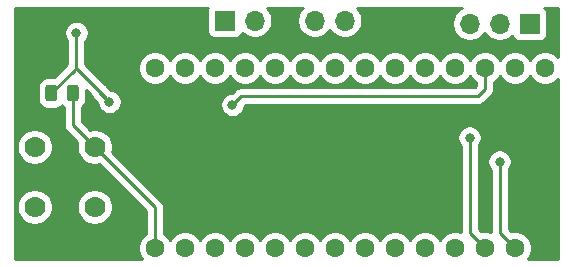
<source format=gbr>
G04 #@! TF.GenerationSoftware,KiCad,Pcbnew,(5.1.9-0-10_14)*
G04 #@! TF.CreationDate,2021-07-01T12:37:05-04:00*
G04 #@! TF.ProjectId,ebike_LED,6562696b-655f-44c4-9544-2e6b69636164,rev?*
G04 #@! TF.SameCoordinates,Original*
G04 #@! TF.FileFunction,Copper,L2,Bot*
G04 #@! TF.FilePolarity,Positive*
%FSLAX46Y46*%
G04 Gerber Fmt 4.6, Leading zero omitted, Abs format (unit mm)*
G04 Created by KiCad (PCBNEW (5.1.9-0-10_14)) date 2021-07-01 12:37:05*
%MOMM*%
%LPD*%
G01*
G04 APERTURE LIST*
G04 #@! TA.AperFunction,ComponentPad*
%ADD10C,1.778000*%
G04 #@! TD*
G04 #@! TA.AperFunction,ComponentPad*
%ADD11O,1.700000X1.700000*%
G04 #@! TD*
G04 #@! TA.AperFunction,ComponentPad*
%ADD12R,1.700000X1.700000*%
G04 #@! TD*
G04 #@! TA.AperFunction,ComponentPad*
%ADD13R,1.600000X1.600000*%
G04 #@! TD*
G04 #@! TA.AperFunction,ComponentPad*
%ADD14C,1.600000*%
G04 #@! TD*
G04 #@! TA.AperFunction,ViaPad*
%ADD15C,0.800000*%
G04 #@! TD*
G04 #@! TA.AperFunction,Conductor*
%ADD16C,0.250000*%
G04 #@! TD*
G04 #@! TA.AperFunction,Conductor*
%ADD17C,0.254000*%
G04 #@! TD*
G04 #@! TA.AperFunction,Conductor*
%ADD18C,0.100000*%
G04 #@! TD*
G04 APERTURE END LIST*
D10*
X35325000Y-51818000D03*
X40405000Y-51818000D03*
X35325000Y-46738000D03*
X37865000Y-46738000D03*
X40405000Y-46738000D03*
G04 #@! TA.AperFunction,SMDPad,CuDef*
G36*
G01*
X38042800Y-42614001D02*
X38042800Y-41713999D01*
G75*
G02*
X38292799Y-41464000I249999J0D01*
G01*
X38817801Y-41464000D01*
G75*
G02*
X39067800Y-41713999I0J-249999D01*
G01*
X39067800Y-42614001D01*
G75*
G02*
X38817801Y-42864000I-249999J0D01*
G01*
X38292799Y-42864000D01*
G75*
G02*
X38042800Y-42614001I0J249999D01*
G01*
G37*
G04 #@! TD.AperFunction*
G04 #@! TA.AperFunction,SMDPad,CuDef*
G36*
G01*
X36217800Y-42614001D02*
X36217800Y-41713999D01*
G75*
G02*
X36467799Y-41464000I249999J0D01*
G01*
X36992801Y-41464000D01*
G75*
G02*
X37242800Y-41713999I0J-249999D01*
G01*
X37242800Y-42614001D01*
G75*
G02*
X36992801Y-42864000I-249999J0D01*
G01*
X36467799Y-42864000D01*
G75*
G02*
X36217800Y-42614001I0J249999D01*
G01*
G37*
G04 #@! TD.AperFunction*
D11*
X61595000Y-36040000D03*
X59055000Y-36040000D03*
X56515000Y-36040000D03*
X53975000Y-36040000D03*
D12*
X51435000Y-36040000D03*
D13*
X78530000Y-55290000D03*
D14*
X75990000Y-55290000D03*
X73450000Y-55290000D03*
X70910000Y-55290000D03*
X68370000Y-55290000D03*
X65830000Y-55290000D03*
X63290000Y-55290000D03*
X60750000Y-55290000D03*
X58210000Y-55290000D03*
X55670000Y-55290000D03*
X53130000Y-55290000D03*
X50590000Y-55290000D03*
X48050000Y-55290000D03*
X78530000Y-40050000D03*
X75990000Y-40050000D03*
X73450000Y-40050000D03*
X70910000Y-40050000D03*
X68370000Y-40050000D03*
X65830000Y-40050000D03*
X63290000Y-40050000D03*
X60750000Y-40050000D03*
X58210000Y-40050000D03*
X55670000Y-40050000D03*
X53130000Y-40050000D03*
X50590000Y-40050000D03*
X48050000Y-40050000D03*
X45510000Y-55290000D03*
X45510000Y-40050000D03*
D11*
X69621400Y-36296600D03*
X72161400Y-36296600D03*
X74701400Y-36296600D03*
D12*
X77241400Y-36296600D03*
D15*
X38862000Y-37084000D03*
X52070000Y-43180000D03*
X41656000Y-42926000D03*
X72161400Y-45948600D03*
X74701400Y-47980600D03*
D16*
X36730300Y-42164000D02*
X38621650Y-40272650D01*
X38862000Y-40032300D02*
X38621650Y-40272650D01*
X38862000Y-37084000D02*
X38862000Y-40032300D01*
X73450000Y-40050000D02*
X73450000Y-41866000D01*
X73450000Y-41866000D02*
X72898000Y-42418000D01*
X72898000Y-42418000D02*
X52832000Y-42418000D01*
X52832000Y-42418000D02*
X52070000Y-43180000D01*
X41656000Y-42926000D02*
X40816850Y-42086850D01*
X40816850Y-42086850D02*
X40816850Y-41987150D01*
X40816850Y-41987150D02*
X38862000Y-40032300D01*
X41247700Y-42418000D02*
X40816850Y-41987150D01*
X40405000Y-46738000D02*
X45510000Y-51843000D01*
X45510000Y-51843000D02*
X45510000Y-52026000D01*
X45510000Y-55290000D02*
X45510000Y-52026000D01*
X38555300Y-44888300D02*
X40405000Y-46738000D01*
X38555300Y-42164000D02*
X38555300Y-44888300D01*
X72161400Y-54001400D02*
X73450000Y-55290000D01*
X72161400Y-45948600D02*
X72161400Y-54001400D01*
X74701400Y-54001400D02*
X75990000Y-55290000D01*
X74701400Y-47980600D02*
X74701400Y-54001400D01*
D17*
X49959188Y-35065518D02*
X49946928Y-35190000D01*
X49946928Y-36890000D01*
X49959188Y-37014482D01*
X49995498Y-37134180D01*
X50054463Y-37244494D01*
X50133815Y-37341185D01*
X50230506Y-37420537D01*
X50340820Y-37479502D01*
X50460518Y-37515812D01*
X50585000Y-37528072D01*
X52285000Y-37528072D01*
X52409482Y-37515812D01*
X52529180Y-37479502D01*
X52639494Y-37420537D01*
X52736185Y-37341185D01*
X52815537Y-37244494D01*
X52874502Y-37134180D01*
X52896513Y-37061620D01*
X53028368Y-37193475D01*
X53271589Y-37355990D01*
X53541842Y-37467932D01*
X53828740Y-37525000D01*
X54121260Y-37525000D01*
X54408158Y-37467932D01*
X54678411Y-37355990D01*
X54921632Y-37193475D01*
X55128475Y-36986632D01*
X55290990Y-36743411D01*
X55402932Y-36473158D01*
X55460000Y-36186260D01*
X55460000Y-35893740D01*
X55402932Y-35606842D01*
X55290990Y-35336589D01*
X55128475Y-35093368D01*
X54985107Y-34950000D01*
X58044893Y-34950000D01*
X57901525Y-35093368D01*
X57739010Y-35336589D01*
X57627068Y-35606842D01*
X57570000Y-35893740D01*
X57570000Y-36186260D01*
X57627068Y-36473158D01*
X57739010Y-36743411D01*
X57901525Y-36986632D01*
X58108368Y-37193475D01*
X58351589Y-37355990D01*
X58621842Y-37467932D01*
X58908740Y-37525000D01*
X59201260Y-37525000D01*
X59488158Y-37467932D01*
X59758411Y-37355990D01*
X60001632Y-37193475D01*
X60208475Y-36986632D01*
X60325000Y-36812240D01*
X60441525Y-36986632D01*
X60648368Y-37193475D01*
X60891589Y-37355990D01*
X61161842Y-37467932D01*
X61448740Y-37525000D01*
X61741260Y-37525000D01*
X62028158Y-37467932D01*
X62298411Y-37355990D01*
X62541632Y-37193475D01*
X62748475Y-36986632D01*
X62910990Y-36743411D01*
X63022932Y-36473158D01*
X63080000Y-36186260D01*
X63080000Y-35893740D01*
X63022932Y-35606842D01*
X62910990Y-35336589D01*
X62748475Y-35093368D01*
X62605107Y-34950000D01*
X71531888Y-34950000D01*
X71457989Y-34980610D01*
X71214768Y-35143125D01*
X71007925Y-35349968D01*
X70845410Y-35593189D01*
X70733468Y-35863442D01*
X70676400Y-36150340D01*
X70676400Y-36442860D01*
X70733468Y-36729758D01*
X70845410Y-37000011D01*
X71007925Y-37243232D01*
X71214768Y-37450075D01*
X71457989Y-37612590D01*
X71728242Y-37724532D01*
X72015140Y-37781600D01*
X72307660Y-37781600D01*
X72594558Y-37724532D01*
X72864811Y-37612590D01*
X73108032Y-37450075D01*
X73314875Y-37243232D01*
X73431400Y-37068840D01*
X73547925Y-37243232D01*
X73754768Y-37450075D01*
X73997989Y-37612590D01*
X74268242Y-37724532D01*
X74555140Y-37781600D01*
X74847660Y-37781600D01*
X75134558Y-37724532D01*
X75404811Y-37612590D01*
X75648032Y-37450075D01*
X75779887Y-37318220D01*
X75801898Y-37390780D01*
X75860863Y-37501094D01*
X75940215Y-37597785D01*
X76036906Y-37677137D01*
X76147220Y-37736102D01*
X76266918Y-37772412D01*
X76391400Y-37784672D01*
X78091400Y-37784672D01*
X78215882Y-37772412D01*
X78335580Y-37736102D01*
X78445894Y-37677137D01*
X78542585Y-37597785D01*
X78621937Y-37501094D01*
X78680902Y-37390780D01*
X78717212Y-37271082D01*
X78729472Y-37146600D01*
X78729472Y-35446600D01*
X78717212Y-35322118D01*
X78680902Y-35202420D01*
X78621937Y-35092106D01*
X78542585Y-34995415D01*
X78487246Y-34950000D01*
X79610001Y-34950000D01*
X79610001Y-39100605D01*
X79444759Y-38935363D01*
X79209727Y-38778320D01*
X78948574Y-38670147D01*
X78671335Y-38615000D01*
X78388665Y-38615000D01*
X78111426Y-38670147D01*
X77850273Y-38778320D01*
X77615241Y-38935363D01*
X77415363Y-39135241D01*
X77260000Y-39367759D01*
X77104637Y-39135241D01*
X76904759Y-38935363D01*
X76669727Y-38778320D01*
X76408574Y-38670147D01*
X76131335Y-38615000D01*
X75848665Y-38615000D01*
X75571426Y-38670147D01*
X75310273Y-38778320D01*
X75075241Y-38935363D01*
X74875363Y-39135241D01*
X74720000Y-39367759D01*
X74564637Y-39135241D01*
X74364759Y-38935363D01*
X74129727Y-38778320D01*
X73868574Y-38670147D01*
X73591335Y-38615000D01*
X73308665Y-38615000D01*
X73031426Y-38670147D01*
X72770273Y-38778320D01*
X72535241Y-38935363D01*
X72335363Y-39135241D01*
X72180000Y-39367759D01*
X72024637Y-39135241D01*
X71824759Y-38935363D01*
X71589727Y-38778320D01*
X71328574Y-38670147D01*
X71051335Y-38615000D01*
X70768665Y-38615000D01*
X70491426Y-38670147D01*
X70230273Y-38778320D01*
X69995241Y-38935363D01*
X69795363Y-39135241D01*
X69640000Y-39367759D01*
X69484637Y-39135241D01*
X69284759Y-38935363D01*
X69049727Y-38778320D01*
X68788574Y-38670147D01*
X68511335Y-38615000D01*
X68228665Y-38615000D01*
X67951426Y-38670147D01*
X67690273Y-38778320D01*
X67455241Y-38935363D01*
X67255363Y-39135241D01*
X67100000Y-39367759D01*
X66944637Y-39135241D01*
X66744759Y-38935363D01*
X66509727Y-38778320D01*
X66248574Y-38670147D01*
X65971335Y-38615000D01*
X65688665Y-38615000D01*
X65411426Y-38670147D01*
X65150273Y-38778320D01*
X64915241Y-38935363D01*
X64715363Y-39135241D01*
X64560000Y-39367759D01*
X64404637Y-39135241D01*
X64204759Y-38935363D01*
X63969727Y-38778320D01*
X63708574Y-38670147D01*
X63431335Y-38615000D01*
X63148665Y-38615000D01*
X62871426Y-38670147D01*
X62610273Y-38778320D01*
X62375241Y-38935363D01*
X62175363Y-39135241D01*
X62020000Y-39367759D01*
X61864637Y-39135241D01*
X61664759Y-38935363D01*
X61429727Y-38778320D01*
X61168574Y-38670147D01*
X60891335Y-38615000D01*
X60608665Y-38615000D01*
X60331426Y-38670147D01*
X60070273Y-38778320D01*
X59835241Y-38935363D01*
X59635363Y-39135241D01*
X59480000Y-39367759D01*
X59324637Y-39135241D01*
X59124759Y-38935363D01*
X58889727Y-38778320D01*
X58628574Y-38670147D01*
X58351335Y-38615000D01*
X58068665Y-38615000D01*
X57791426Y-38670147D01*
X57530273Y-38778320D01*
X57295241Y-38935363D01*
X57095363Y-39135241D01*
X56940000Y-39367759D01*
X56784637Y-39135241D01*
X56584759Y-38935363D01*
X56349727Y-38778320D01*
X56088574Y-38670147D01*
X55811335Y-38615000D01*
X55528665Y-38615000D01*
X55251426Y-38670147D01*
X54990273Y-38778320D01*
X54755241Y-38935363D01*
X54555363Y-39135241D01*
X54400000Y-39367759D01*
X54244637Y-39135241D01*
X54044759Y-38935363D01*
X53809727Y-38778320D01*
X53548574Y-38670147D01*
X53271335Y-38615000D01*
X52988665Y-38615000D01*
X52711426Y-38670147D01*
X52450273Y-38778320D01*
X52215241Y-38935363D01*
X52015363Y-39135241D01*
X51860000Y-39367759D01*
X51704637Y-39135241D01*
X51504759Y-38935363D01*
X51269727Y-38778320D01*
X51008574Y-38670147D01*
X50731335Y-38615000D01*
X50448665Y-38615000D01*
X50171426Y-38670147D01*
X49910273Y-38778320D01*
X49675241Y-38935363D01*
X49475363Y-39135241D01*
X49320000Y-39367759D01*
X49164637Y-39135241D01*
X48964759Y-38935363D01*
X48729727Y-38778320D01*
X48468574Y-38670147D01*
X48191335Y-38615000D01*
X47908665Y-38615000D01*
X47631426Y-38670147D01*
X47370273Y-38778320D01*
X47135241Y-38935363D01*
X46935363Y-39135241D01*
X46780000Y-39367759D01*
X46624637Y-39135241D01*
X46424759Y-38935363D01*
X46189727Y-38778320D01*
X45928574Y-38670147D01*
X45651335Y-38615000D01*
X45368665Y-38615000D01*
X45091426Y-38670147D01*
X44830273Y-38778320D01*
X44595241Y-38935363D01*
X44395363Y-39135241D01*
X44238320Y-39370273D01*
X44130147Y-39631426D01*
X44075000Y-39908665D01*
X44075000Y-40191335D01*
X44130147Y-40468574D01*
X44238320Y-40729727D01*
X44395363Y-40964759D01*
X44595241Y-41164637D01*
X44830273Y-41321680D01*
X45091426Y-41429853D01*
X45368665Y-41485000D01*
X45651335Y-41485000D01*
X45928574Y-41429853D01*
X46189727Y-41321680D01*
X46424759Y-41164637D01*
X46624637Y-40964759D01*
X46780000Y-40732241D01*
X46935363Y-40964759D01*
X47135241Y-41164637D01*
X47370273Y-41321680D01*
X47631426Y-41429853D01*
X47908665Y-41485000D01*
X48191335Y-41485000D01*
X48468574Y-41429853D01*
X48729727Y-41321680D01*
X48964759Y-41164637D01*
X49164637Y-40964759D01*
X49320000Y-40732241D01*
X49475363Y-40964759D01*
X49675241Y-41164637D01*
X49910273Y-41321680D01*
X50171426Y-41429853D01*
X50448665Y-41485000D01*
X50731335Y-41485000D01*
X51008574Y-41429853D01*
X51269727Y-41321680D01*
X51504759Y-41164637D01*
X51704637Y-40964759D01*
X51860000Y-40732241D01*
X52015363Y-40964759D01*
X52215241Y-41164637D01*
X52450273Y-41321680D01*
X52711426Y-41429853D01*
X52988665Y-41485000D01*
X53271335Y-41485000D01*
X53548574Y-41429853D01*
X53809727Y-41321680D01*
X54044759Y-41164637D01*
X54244637Y-40964759D01*
X54400000Y-40732241D01*
X54555363Y-40964759D01*
X54755241Y-41164637D01*
X54990273Y-41321680D01*
X55251426Y-41429853D01*
X55528665Y-41485000D01*
X55811335Y-41485000D01*
X56088574Y-41429853D01*
X56349727Y-41321680D01*
X56584759Y-41164637D01*
X56784637Y-40964759D01*
X56940000Y-40732241D01*
X57095363Y-40964759D01*
X57295241Y-41164637D01*
X57530273Y-41321680D01*
X57791426Y-41429853D01*
X58068665Y-41485000D01*
X58351335Y-41485000D01*
X58628574Y-41429853D01*
X58889727Y-41321680D01*
X59124759Y-41164637D01*
X59324637Y-40964759D01*
X59480000Y-40732241D01*
X59635363Y-40964759D01*
X59835241Y-41164637D01*
X60070273Y-41321680D01*
X60331426Y-41429853D01*
X60608665Y-41485000D01*
X60891335Y-41485000D01*
X61168574Y-41429853D01*
X61429727Y-41321680D01*
X61664759Y-41164637D01*
X61864637Y-40964759D01*
X62020000Y-40732241D01*
X62175363Y-40964759D01*
X62375241Y-41164637D01*
X62610273Y-41321680D01*
X62871426Y-41429853D01*
X63148665Y-41485000D01*
X63431335Y-41485000D01*
X63708574Y-41429853D01*
X63969727Y-41321680D01*
X64204759Y-41164637D01*
X64404637Y-40964759D01*
X64560000Y-40732241D01*
X64715363Y-40964759D01*
X64915241Y-41164637D01*
X65150273Y-41321680D01*
X65411426Y-41429853D01*
X65688665Y-41485000D01*
X65971335Y-41485000D01*
X66248574Y-41429853D01*
X66509727Y-41321680D01*
X66744759Y-41164637D01*
X66944637Y-40964759D01*
X67100000Y-40732241D01*
X67255363Y-40964759D01*
X67455241Y-41164637D01*
X67690273Y-41321680D01*
X67951426Y-41429853D01*
X68228665Y-41485000D01*
X68511335Y-41485000D01*
X68788574Y-41429853D01*
X69049727Y-41321680D01*
X69284759Y-41164637D01*
X69484637Y-40964759D01*
X69640000Y-40732241D01*
X69795363Y-40964759D01*
X69995241Y-41164637D01*
X70230273Y-41321680D01*
X70491426Y-41429853D01*
X70768665Y-41485000D01*
X71051335Y-41485000D01*
X71328574Y-41429853D01*
X71589727Y-41321680D01*
X71824759Y-41164637D01*
X72024637Y-40964759D01*
X72180000Y-40732241D01*
X72335363Y-40964759D01*
X72535241Y-41164637D01*
X72690001Y-41268044D01*
X72690001Y-41551198D01*
X72583199Y-41658000D01*
X52869325Y-41658000D01*
X52832000Y-41654324D01*
X52794675Y-41658000D01*
X52794667Y-41658000D01*
X52683014Y-41668997D01*
X52539753Y-41712454D01*
X52407724Y-41783026D01*
X52291999Y-41877999D01*
X52268201Y-41906998D01*
X52030198Y-42145000D01*
X51968061Y-42145000D01*
X51768102Y-42184774D01*
X51579744Y-42262795D01*
X51410226Y-42376063D01*
X51266063Y-42520226D01*
X51152795Y-42689744D01*
X51074774Y-42878102D01*
X51035000Y-43078061D01*
X51035000Y-43281939D01*
X51074774Y-43481898D01*
X51152795Y-43670256D01*
X51266063Y-43839774D01*
X51410226Y-43983937D01*
X51579744Y-44097205D01*
X51768102Y-44175226D01*
X51968061Y-44215000D01*
X52171939Y-44215000D01*
X52371898Y-44175226D01*
X52560256Y-44097205D01*
X52729774Y-43983937D01*
X52873937Y-43839774D01*
X52987205Y-43670256D01*
X53065226Y-43481898D01*
X53105000Y-43281939D01*
X53105000Y-43219802D01*
X53146802Y-43178000D01*
X72860678Y-43178000D01*
X72898000Y-43181676D01*
X72935322Y-43178000D01*
X72935333Y-43178000D01*
X73046986Y-43167003D01*
X73190247Y-43123546D01*
X73322276Y-43052974D01*
X73438001Y-42958001D01*
X73461803Y-42928998D01*
X73961002Y-42429800D01*
X73990001Y-42406001D01*
X74016332Y-42373917D01*
X74084974Y-42290277D01*
X74155546Y-42158247D01*
X74165125Y-42126668D01*
X74199003Y-42014986D01*
X74210000Y-41903333D01*
X74210000Y-41903323D01*
X74213676Y-41866000D01*
X74210000Y-41828677D01*
X74210000Y-41268043D01*
X74364759Y-41164637D01*
X74564637Y-40964759D01*
X74720000Y-40732241D01*
X74875363Y-40964759D01*
X75075241Y-41164637D01*
X75310273Y-41321680D01*
X75571426Y-41429853D01*
X75848665Y-41485000D01*
X76131335Y-41485000D01*
X76408574Y-41429853D01*
X76669727Y-41321680D01*
X76904759Y-41164637D01*
X77104637Y-40964759D01*
X77260000Y-40732241D01*
X77415363Y-40964759D01*
X77615241Y-41164637D01*
X77850273Y-41321680D01*
X78111426Y-41429853D01*
X78388665Y-41485000D01*
X78671335Y-41485000D01*
X78948574Y-41429853D01*
X79209727Y-41321680D01*
X79444759Y-41164637D01*
X79610001Y-40999395D01*
X79610000Y-56236000D01*
X77073396Y-56236000D01*
X77104637Y-56204759D01*
X77261680Y-55969727D01*
X77369853Y-55708574D01*
X77425000Y-55431335D01*
X77425000Y-55148665D01*
X77369853Y-54871426D01*
X77261680Y-54610273D01*
X77104637Y-54375241D01*
X76904759Y-54175363D01*
X76669727Y-54018320D01*
X76408574Y-53910147D01*
X76131335Y-53855000D01*
X75848665Y-53855000D01*
X75666114Y-53891312D01*
X75461400Y-53686599D01*
X75461400Y-48684311D01*
X75505337Y-48640374D01*
X75618605Y-48470856D01*
X75696626Y-48282498D01*
X75736400Y-48082539D01*
X75736400Y-47878661D01*
X75696626Y-47678702D01*
X75618605Y-47490344D01*
X75505337Y-47320826D01*
X75361174Y-47176663D01*
X75191656Y-47063395D01*
X75003298Y-46985374D01*
X74803339Y-46945600D01*
X74599461Y-46945600D01*
X74399502Y-46985374D01*
X74211144Y-47063395D01*
X74041626Y-47176663D01*
X73897463Y-47320826D01*
X73784195Y-47490344D01*
X73706174Y-47678702D01*
X73666400Y-47878661D01*
X73666400Y-48082539D01*
X73706174Y-48282498D01*
X73784195Y-48470856D01*
X73897463Y-48640374D01*
X73941400Y-48684311D01*
X73941401Y-53940313D01*
X73868574Y-53910147D01*
X73591335Y-53855000D01*
X73308665Y-53855000D01*
X73126114Y-53891312D01*
X72921400Y-53686599D01*
X72921400Y-46652311D01*
X72965337Y-46608374D01*
X73078605Y-46438856D01*
X73156626Y-46250498D01*
X73196400Y-46050539D01*
X73196400Y-45846661D01*
X73156626Y-45646702D01*
X73078605Y-45458344D01*
X72965337Y-45288826D01*
X72821174Y-45144663D01*
X72651656Y-45031395D01*
X72463298Y-44953374D01*
X72263339Y-44913600D01*
X72059461Y-44913600D01*
X71859502Y-44953374D01*
X71671144Y-45031395D01*
X71501626Y-45144663D01*
X71357463Y-45288826D01*
X71244195Y-45458344D01*
X71166174Y-45646702D01*
X71126400Y-45846661D01*
X71126400Y-46050539D01*
X71166174Y-46250498D01*
X71244195Y-46438856D01*
X71357463Y-46608374D01*
X71401400Y-46652311D01*
X71401401Y-53940313D01*
X71328574Y-53910147D01*
X71051335Y-53855000D01*
X70768665Y-53855000D01*
X70491426Y-53910147D01*
X70230273Y-54018320D01*
X69995241Y-54175363D01*
X69795363Y-54375241D01*
X69640000Y-54607759D01*
X69484637Y-54375241D01*
X69284759Y-54175363D01*
X69049727Y-54018320D01*
X68788574Y-53910147D01*
X68511335Y-53855000D01*
X68228665Y-53855000D01*
X67951426Y-53910147D01*
X67690273Y-54018320D01*
X67455241Y-54175363D01*
X67255363Y-54375241D01*
X67100000Y-54607759D01*
X66944637Y-54375241D01*
X66744759Y-54175363D01*
X66509727Y-54018320D01*
X66248574Y-53910147D01*
X65971335Y-53855000D01*
X65688665Y-53855000D01*
X65411426Y-53910147D01*
X65150273Y-54018320D01*
X64915241Y-54175363D01*
X64715363Y-54375241D01*
X64560000Y-54607759D01*
X64404637Y-54375241D01*
X64204759Y-54175363D01*
X63969727Y-54018320D01*
X63708574Y-53910147D01*
X63431335Y-53855000D01*
X63148665Y-53855000D01*
X62871426Y-53910147D01*
X62610273Y-54018320D01*
X62375241Y-54175363D01*
X62175363Y-54375241D01*
X62020000Y-54607759D01*
X61864637Y-54375241D01*
X61664759Y-54175363D01*
X61429727Y-54018320D01*
X61168574Y-53910147D01*
X60891335Y-53855000D01*
X60608665Y-53855000D01*
X60331426Y-53910147D01*
X60070273Y-54018320D01*
X59835241Y-54175363D01*
X59635363Y-54375241D01*
X59480000Y-54607759D01*
X59324637Y-54375241D01*
X59124759Y-54175363D01*
X58889727Y-54018320D01*
X58628574Y-53910147D01*
X58351335Y-53855000D01*
X58068665Y-53855000D01*
X57791426Y-53910147D01*
X57530273Y-54018320D01*
X57295241Y-54175363D01*
X57095363Y-54375241D01*
X56940000Y-54607759D01*
X56784637Y-54375241D01*
X56584759Y-54175363D01*
X56349727Y-54018320D01*
X56088574Y-53910147D01*
X55811335Y-53855000D01*
X55528665Y-53855000D01*
X55251426Y-53910147D01*
X54990273Y-54018320D01*
X54755241Y-54175363D01*
X54555363Y-54375241D01*
X54400000Y-54607759D01*
X54244637Y-54375241D01*
X54044759Y-54175363D01*
X53809727Y-54018320D01*
X53548574Y-53910147D01*
X53271335Y-53855000D01*
X52988665Y-53855000D01*
X52711426Y-53910147D01*
X52450273Y-54018320D01*
X52215241Y-54175363D01*
X52015363Y-54375241D01*
X51860000Y-54607759D01*
X51704637Y-54375241D01*
X51504759Y-54175363D01*
X51269727Y-54018320D01*
X51008574Y-53910147D01*
X50731335Y-53855000D01*
X50448665Y-53855000D01*
X50171426Y-53910147D01*
X49910273Y-54018320D01*
X49675241Y-54175363D01*
X49475363Y-54375241D01*
X49320000Y-54607759D01*
X49164637Y-54375241D01*
X48964759Y-54175363D01*
X48729727Y-54018320D01*
X48468574Y-53910147D01*
X48191335Y-53855000D01*
X47908665Y-53855000D01*
X47631426Y-53910147D01*
X47370273Y-54018320D01*
X47135241Y-54175363D01*
X46935363Y-54375241D01*
X46780000Y-54607759D01*
X46624637Y-54375241D01*
X46424759Y-54175363D01*
X46270000Y-54071957D01*
X46270000Y-51880322D01*
X46273676Y-51842999D01*
X46270000Y-51805676D01*
X46270000Y-51805667D01*
X46259003Y-51694014D01*
X46215546Y-51550753D01*
X46144974Y-51418724D01*
X46050001Y-51302999D01*
X46021004Y-51279202D01*
X41879377Y-47137576D01*
X41929000Y-46888101D01*
X41929000Y-46587899D01*
X41870434Y-46293466D01*
X41755551Y-46016115D01*
X41588768Y-45766507D01*
X41376493Y-45554232D01*
X41126885Y-45387449D01*
X40849534Y-45272566D01*
X40555101Y-45214000D01*
X40254899Y-45214000D01*
X40005425Y-45263623D01*
X39315300Y-44573499D01*
X39315300Y-43349030D01*
X39445762Y-43241962D01*
X39556205Y-43107387D01*
X39638272Y-42953851D01*
X39688808Y-42787255D01*
X39705872Y-42614001D01*
X39705872Y-41950974D01*
X40101425Y-42346528D01*
X40111304Y-42379096D01*
X40181876Y-42511126D01*
X40195027Y-42527150D01*
X40276849Y-42626851D01*
X40305852Y-42650653D01*
X40621000Y-42965801D01*
X40621000Y-43027939D01*
X40660774Y-43227898D01*
X40738795Y-43416256D01*
X40852063Y-43585774D01*
X40996226Y-43729937D01*
X41165744Y-43843205D01*
X41354102Y-43921226D01*
X41554061Y-43961000D01*
X41757939Y-43961000D01*
X41957898Y-43921226D01*
X42146256Y-43843205D01*
X42315774Y-43729937D01*
X42459937Y-43585774D01*
X42573205Y-43416256D01*
X42651226Y-43227898D01*
X42691000Y-43027939D01*
X42691000Y-42824061D01*
X42651226Y-42624102D01*
X42573205Y-42435744D01*
X42459937Y-42266226D01*
X42315774Y-42122063D01*
X42146256Y-42008795D01*
X41957898Y-41930774D01*
X41804828Y-41900327D01*
X41380658Y-41476157D01*
X41380649Y-41476146D01*
X41380643Y-41476140D01*
X41356851Y-41447149D01*
X41327858Y-41423355D01*
X39622000Y-39717499D01*
X39622000Y-37787711D01*
X39665937Y-37743774D01*
X39779205Y-37574256D01*
X39857226Y-37385898D01*
X39897000Y-37185939D01*
X39897000Y-36982061D01*
X39857226Y-36782102D01*
X39779205Y-36593744D01*
X39665937Y-36424226D01*
X39521774Y-36280063D01*
X39352256Y-36166795D01*
X39163898Y-36088774D01*
X38963939Y-36049000D01*
X38760061Y-36049000D01*
X38560102Y-36088774D01*
X38371744Y-36166795D01*
X38202226Y-36280063D01*
X38058063Y-36424226D01*
X37944795Y-36593744D01*
X37866774Y-36782102D01*
X37827000Y-36982061D01*
X37827000Y-37185939D01*
X37866774Y-37385898D01*
X37944795Y-37574256D01*
X38058063Y-37743774D01*
X38102000Y-37787711D01*
X38102001Y-39717497D01*
X36993502Y-40825997D01*
X36992801Y-40825928D01*
X36467799Y-40825928D01*
X36294545Y-40842992D01*
X36127949Y-40893528D01*
X35974413Y-40975595D01*
X35839838Y-41086038D01*
X35729395Y-41220613D01*
X35647328Y-41374149D01*
X35596792Y-41540745D01*
X35579728Y-41713999D01*
X35579728Y-42614001D01*
X35596792Y-42787255D01*
X35647328Y-42953851D01*
X35729395Y-43107387D01*
X35839838Y-43241962D01*
X35974413Y-43352405D01*
X36127949Y-43434472D01*
X36294545Y-43485008D01*
X36467799Y-43502072D01*
X36992801Y-43502072D01*
X37166055Y-43485008D01*
X37332651Y-43434472D01*
X37486187Y-43352405D01*
X37620762Y-43241962D01*
X37642800Y-43215109D01*
X37664838Y-43241962D01*
X37795300Y-43349030D01*
X37795301Y-44850968D01*
X37791624Y-44888300D01*
X37806298Y-45037285D01*
X37849754Y-45180546D01*
X37920326Y-45312576D01*
X37991501Y-45399302D01*
X38015300Y-45428301D01*
X38044298Y-45452099D01*
X38930623Y-46338425D01*
X38881000Y-46587899D01*
X38881000Y-46888101D01*
X38939566Y-47182534D01*
X39054449Y-47459885D01*
X39221232Y-47709493D01*
X39433507Y-47921768D01*
X39683115Y-48088551D01*
X39960466Y-48203434D01*
X40254899Y-48262000D01*
X40555101Y-48262000D01*
X40804576Y-48212377D01*
X44750001Y-52157803D01*
X44750000Y-54071956D01*
X44595241Y-54175363D01*
X44395363Y-54375241D01*
X44238320Y-54610273D01*
X44130147Y-54871426D01*
X44075000Y-55148665D01*
X44075000Y-55431335D01*
X44130147Y-55708574D01*
X44238320Y-55969727D01*
X44395363Y-56204759D01*
X44426604Y-56236000D01*
X33680000Y-56236000D01*
X33680000Y-51667899D01*
X33801000Y-51667899D01*
X33801000Y-51968101D01*
X33859566Y-52262534D01*
X33974449Y-52539885D01*
X34141232Y-52789493D01*
X34353507Y-53001768D01*
X34603115Y-53168551D01*
X34880466Y-53283434D01*
X35174899Y-53342000D01*
X35475101Y-53342000D01*
X35769534Y-53283434D01*
X36046885Y-53168551D01*
X36296493Y-53001768D01*
X36508768Y-52789493D01*
X36675551Y-52539885D01*
X36790434Y-52262534D01*
X36849000Y-51968101D01*
X36849000Y-51667899D01*
X38881000Y-51667899D01*
X38881000Y-51968101D01*
X38939566Y-52262534D01*
X39054449Y-52539885D01*
X39221232Y-52789493D01*
X39433507Y-53001768D01*
X39683115Y-53168551D01*
X39960466Y-53283434D01*
X40254899Y-53342000D01*
X40555101Y-53342000D01*
X40849534Y-53283434D01*
X41126885Y-53168551D01*
X41376493Y-53001768D01*
X41588768Y-52789493D01*
X41755551Y-52539885D01*
X41870434Y-52262534D01*
X41929000Y-51968101D01*
X41929000Y-51667899D01*
X41870434Y-51373466D01*
X41755551Y-51096115D01*
X41588768Y-50846507D01*
X41376493Y-50634232D01*
X41126885Y-50467449D01*
X40849534Y-50352566D01*
X40555101Y-50294000D01*
X40254899Y-50294000D01*
X39960466Y-50352566D01*
X39683115Y-50467449D01*
X39433507Y-50634232D01*
X39221232Y-50846507D01*
X39054449Y-51096115D01*
X38939566Y-51373466D01*
X38881000Y-51667899D01*
X36849000Y-51667899D01*
X36790434Y-51373466D01*
X36675551Y-51096115D01*
X36508768Y-50846507D01*
X36296493Y-50634232D01*
X36046885Y-50467449D01*
X35769534Y-50352566D01*
X35475101Y-50294000D01*
X35174899Y-50294000D01*
X34880466Y-50352566D01*
X34603115Y-50467449D01*
X34353507Y-50634232D01*
X34141232Y-50846507D01*
X33974449Y-51096115D01*
X33859566Y-51373466D01*
X33801000Y-51667899D01*
X33680000Y-51667899D01*
X33680000Y-46587899D01*
X33801000Y-46587899D01*
X33801000Y-46888101D01*
X33859566Y-47182534D01*
X33974449Y-47459885D01*
X34141232Y-47709493D01*
X34353507Y-47921768D01*
X34603115Y-48088551D01*
X34880466Y-48203434D01*
X35174899Y-48262000D01*
X35475101Y-48262000D01*
X35769534Y-48203434D01*
X36046885Y-48088551D01*
X36296493Y-47921768D01*
X36508768Y-47709493D01*
X36675551Y-47459885D01*
X36790434Y-47182534D01*
X36849000Y-46888101D01*
X36849000Y-46587899D01*
X36790434Y-46293466D01*
X36675551Y-46016115D01*
X36508768Y-45766507D01*
X36296493Y-45554232D01*
X36046885Y-45387449D01*
X35769534Y-45272566D01*
X35475101Y-45214000D01*
X35174899Y-45214000D01*
X34880466Y-45272566D01*
X34603115Y-45387449D01*
X34353507Y-45554232D01*
X34141232Y-45766507D01*
X33974449Y-46016115D01*
X33859566Y-46293466D01*
X33801000Y-46587899D01*
X33680000Y-46587899D01*
X33680000Y-34950000D01*
X49994230Y-34950000D01*
X49959188Y-35065518D01*
G04 #@! TA.AperFunction,Conductor*
D18*
G36*
X49959188Y-35065518D02*
G01*
X49946928Y-35190000D01*
X49946928Y-36890000D01*
X49959188Y-37014482D01*
X49995498Y-37134180D01*
X50054463Y-37244494D01*
X50133815Y-37341185D01*
X50230506Y-37420537D01*
X50340820Y-37479502D01*
X50460518Y-37515812D01*
X50585000Y-37528072D01*
X52285000Y-37528072D01*
X52409482Y-37515812D01*
X52529180Y-37479502D01*
X52639494Y-37420537D01*
X52736185Y-37341185D01*
X52815537Y-37244494D01*
X52874502Y-37134180D01*
X52896513Y-37061620D01*
X53028368Y-37193475D01*
X53271589Y-37355990D01*
X53541842Y-37467932D01*
X53828740Y-37525000D01*
X54121260Y-37525000D01*
X54408158Y-37467932D01*
X54678411Y-37355990D01*
X54921632Y-37193475D01*
X55128475Y-36986632D01*
X55290990Y-36743411D01*
X55402932Y-36473158D01*
X55460000Y-36186260D01*
X55460000Y-35893740D01*
X55402932Y-35606842D01*
X55290990Y-35336589D01*
X55128475Y-35093368D01*
X54985107Y-34950000D01*
X58044893Y-34950000D01*
X57901525Y-35093368D01*
X57739010Y-35336589D01*
X57627068Y-35606842D01*
X57570000Y-35893740D01*
X57570000Y-36186260D01*
X57627068Y-36473158D01*
X57739010Y-36743411D01*
X57901525Y-36986632D01*
X58108368Y-37193475D01*
X58351589Y-37355990D01*
X58621842Y-37467932D01*
X58908740Y-37525000D01*
X59201260Y-37525000D01*
X59488158Y-37467932D01*
X59758411Y-37355990D01*
X60001632Y-37193475D01*
X60208475Y-36986632D01*
X60325000Y-36812240D01*
X60441525Y-36986632D01*
X60648368Y-37193475D01*
X60891589Y-37355990D01*
X61161842Y-37467932D01*
X61448740Y-37525000D01*
X61741260Y-37525000D01*
X62028158Y-37467932D01*
X62298411Y-37355990D01*
X62541632Y-37193475D01*
X62748475Y-36986632D01*
X62910990Y-36743411D01*
X63022932Y-36473158D01*
X63080000Y-36186260D01*
X63080000Y-35893740D01*
X63022932Y-35606842D01*
X62910990Y-35336589D01*
X62748475Y-35093368D01*
X62605107Y-34950000D01*
X71531888Y-34950000D01*
X71457989Y-34980610D01*
X71214768Y-35143125D01*
X71007925Y-35349968D01*
X70845410Y-35593189D01*
X70733468Y-35863442D01*
X70676400Y-36150340D01*
X70676400Y-36442860D01*
X70733468Y-36729758D01*
X70845410Y-37000011D01*
X71007925Y-37243232D01*
X71214768Y-37450075D01*
X71457989Y-37612590D01*
X71728242Y-37724532D01*
X72015140Y-37781600D01*
X72307660Y-37781600D01*
X72594558Y-37724532D01*
X72864811Y-37612590D01*
X73108032Y-37450075D01*
X73314875Y-37243232D01*
X73431400Y-37068840D01*
X73547925Y-37243232D01*
X73754768Y-37450075D01*
X73997989Y-37612590D01*
X74268242Y-37724532D01*
X74555140Y-37781600D01*
X74847660Y-37781600D01*
X75134558Y-37724532D01*
X75404811Y-37612590D01*
X75648032Y-37450075D01*
X75779887Y-37318220D01*
X75801898Y-37390780D01*
X75860863Y-37501094D01*
X75940215Y-37597785D01*
X76036906Y-37677137D01*
X76147220Y-37736102D01*
X76266918Y-37772412D01*
X76391400Y-37784672D01*
X78091400Y-37784672D01*
X78215882Y-37772412D01*
X78335580Y-37736102D01*
X78445894Y-37677137D01*
X78542585Y-37597785D01*
X78621937Y-37501094D01*
X78680902Y-37390780D01*
X78717212Y-37271082D01*
X78729472Y-37146600D01*
X78729472Y-35446600D01*
X78717212Y-35322118D01*
X78680902Y-35202420D01*
X78621937Y-35092106D01*
X78542585Y-34995415D01*
X78487246Y-34950000D01*
X79610001Y-34950000D01*
X79610001Y-39100605D01*
X79444759Y-38935363D01*
X79209727Y-38778320D01*
X78948574Y-38670147D01*
X78671335Y-38615000D01*
X78388665Y-38615000D01*
X78111426Y-38670147D01*
X77850273Y-38778320D01*
X77615241Y-38935363D01*
X77415363Y-39135241D01*
X77260000Y-39367759D01*
X77104637Y-39135241D01*
X76904759Y-38935363D01*
X76669727Y-38778320D01*
X76408574Y-38670147D01*
X76131335Y-38615000D01*
X75848665Y-38615000D01*
X75571426Y-38670147D01*
X75310273Y-38778320D01*
X75075241Y-38935363D01*
X74875363Y-39135241D01*
X74720000Y-39367759D01*
X74564637Y-39135241D01*
X74364759Y-38935363D01*
X74129727Y-38778320D01*
X73868574Y-38670147D01*
X73591335Y-38615000D01*
X73308665Y-38615000D01*
X73031426Y-38670147D01*
X72770273Y-38778320D01*
X72535241Y-38935363D01*
X72335363Y-39135241D01*
X72180000Y-39367759D01*
X72024637Y-39135241D01*
X71824759Y-38935363D01*
X71589727Y-38778320D01*
X71328574Y-38670147D01*
X71051335Y-38615000D01*
X70768665Y-38615000D01*
X70491426Y-38670147D01*
X70230273Y-38778320D01*
X69995241Y-38935363D01*
X69795363Y-39135241D01*
X69640000Y-39367759D01*
X69484637Y-39135241D01*
X69284759Y-38935363D01*
X69049727Y-38778320D01*
X68788574Y-38670147D01*
X68511335Y-38615000D01*
X68228665Y-38615000D01*
X67951426Y-38670147D01*
X67690273Y-38778320D01*
X67455241Y-38935363D01*
X67255363Y-39135241D01*
X67100000Y-39367759D01*
X66944637Y-39135241D01*
X66744759Y-38935363D01*
X66509727Y-38778320D01*
X66248574Y-38670147D01*
X65971335Y-38615000D01*
X65688665Y-38615000D01*
X65411426Y-38670147D01*
X65150273Y-38778320D01*
X64915241Y-38935363D01*
X64715363Y-39135241D01*
X64560000Y-39367759D01*
X64404637Y-39135241D01*
X64204759Y-38935363D01*
X63969727Y-38778320D01*
X63708574Y-38670147D01*
X63431335Y-38615000D01*
X63148665Y-38615000D01*
X62871426Y-38670147D01*
X62610273Y-38778320D01*
X62375241Y-38935363D01*
X62175363Y-39135241D01*
X62020000Y-39367759D01*
X61864637Y-39135241D01*
X61664759Y-38935363D01*
X61429727Y-38778320D01*
X61168574Y-38670147D01*
X60891335Y-38615000D01*
X60608665Y-38615000D01*
X60331426Y-38670147D01*
X60070273Y-38778320D01*
X59835241Y-38935363D01*
X59635363Y-39135241D01*
X59480000Y-39367759D01*
X59324637Y-39135241D01*
X59124759Y-38935363D01*
X58889727Y-38778320D01*
X58628574Y-38670147D01*
X58351335Y-38615000D01*
X58068665Y-38615000D01*
X57791426Y-38670147D01*
X57530273Y-38778320D01*
X57295241Y-38935363D01*
X57095363Y-39135241D01*
X56940000Y-39367759D01*
X56784637Y-39135241D01*
X56584759Y-38935363D01*
X56349727Y-38778320D01*
X56088574Y-38670147D01*
X55811335Y-38615000D01*
X55528665Y-38615000D01*
X55251426Y-38670147D01*
X54990273Y-38778320D01*
X54755241Y-38935363D01*
X54555363Y-39135241D01*
X54400000Y-39367759D01*
X54244637Y-39135241D01*
X54044759Y-38935363D01*
X53809727Y-38778320D01*
X53548574Y-38670147D01*
X53271335Y-38615000D01*
X52988665Y-38615000D01*
X52711426Y-38670147D01*
X52450273Y-38778320D01*
X52215241Y-38935363D01*
X52015363Y-39135241D01*
X51860000Y-39367759D01*
X51704637Y-39135241D01*
X51504759Y-38935363D01*
X51269727Y-38778320D01*
X51008574Y-38670147D01*
X50731335Y-38615000D01*
X50448665Y-38615000D01*
X50171426Y-38670147D01*
X49910273Y-38778320D01*
X49675241Y-38935363D01*
X49475363Y-39135241D01*
X49320000Y-39367759D01*
X49164637Y-39135241D01*
X48964759Y-38935363D01*
X48729727Y-38778320D01*
X48468574Y-38670147D01*
X48191335Y-38615000D01*
X47908665Y-38615000D01*
X47631426Y-38670147D01*
X47370273Y-38778320D01*
X47135241Y-38935363D01*
X46935363Y-39135241D01*
X46780000Y-39367759D01*
X46624637Y-39135241D01*
X46424759Y-38935363D01*
X46189727Y-38778320D01*
X45928574Y-38670147D01*
X45651335Y-38615000D01*
X45368665Y-38615000D01*
X45091426Y-38670147D01*
X44830273Y-38778320D01*
X44595241Y-38935363D01*
X44395363Y-39135241D01*
X44238320Y-39370273D01*
X44130147Y-39631426D01*
X44075000Y-39908665D01*
X44075000Y-40191335D01*
X44130147Y-40468574D01*
X44238320Y-40729727D01*
X44395363Y-40964759D01*
X44595241Y-41164637D01*
X44830273Y-41321680D01*
X45091426Y-41429853D01*
X45368665Y-41485000D01*
X45651335Y-41485000D01*
X45928574Y-41429853D01*
X46189727Y-41321680D01*
X46424759Y-41164637D01*
X46624637Y-40964759D01*
X46780000Y-40732241D01*
X46935363Y-40964759D01*
X47135241Y-41164637D01*
X47370273Y-41321680D01*
X47631426Y-41429853D01*
X47908665Y-41485000D01*
X48191335Y-41485000D01*
X48468574Y-41429853D01*
X48729727Y-41321680D01*
X48964759Y-41164637D01*
X49164637Y-40964759D01*
X49320000Y-40732241D01*
X49475363Y-40964759D01*
X49675241Y-41164637D01*
X49910273Y-41321680D01*
X50171426Y-41429853D01*
X50448665Y-41485000D01*
X50731335Y-41485000D01*
X51008574Y-41429853D01*
X51269727Y-41321680D01*
X51504759Y-41164637D01*
X51704637Y-40964759D01*
X51860000Y-40732241D01*
X52015363Y-40964759D01*
X52215241Y-41164637D01*
X52450273Y-41321680D01*
X52711426Y-41429853D01*
X52988665Y-41485000D01*
X53271335Y-41485000D01*
X53548574Y-41429853D01*
X53809727Y-41321680D01*
X54044759Y-41164637D01*
X54244637Y-40964759D01*
X54400000Y-40732241D01*
X54555363Y-40964759D01*
X54755241Y-41164637D01*
X54990273Y-41321680D01*
X55251426Y-41429853D01*
X55528665Y-41485000D01*
X55811335Y-41485000D01*
X56088574Y-41429853D01*
X56349727Y-41321680D01*
X56584759Y-41164637D01*
X56784637Y-40964759D01*
X56940000Y-40732241D01*
X57095363Y-40964759D01*
X57295241Y-41164637D01*
X57530273Y-41321680D01*
X57791426Y-41429853D01*
X58068665Y-41485000D01*
X58351335Y-41485000D01*
X58628574Y-41429853D01*
X58889727Y-41321680D01*
X59124759Y-41164637D01*
X59324637Y-40964759D01*
X59480000Y-40732241D01*
X59635363Y-40964759D01*
X59835241Y-41164637D01*
X60070273Y-41321680D01*
X60331426Y-41429853D01*
X60608665Y-41485000D01*
X60891335Y-41485000D01*
X61168574Y-41429853D01*
X61429727Y-41321680D01*
X61664759Y-41164637D01*
X61864637Y-40964759D01*
X62020000Y-40732241D01*
X62175363Y-40964759D01*
X62375241Y-41164637D01*
X62610273Y-41321680D01*
X62871426Y-41429853D01*
X63148665Y-41485000D01*
X63431335Y-41485000D01*
X63708574Y-41429853D01*
X63969727Y-41321680D01*
X64204759Y-41164637D01*
X64404637Y-40964759D01*
X64560000Y-40732241D01*
X64715363Y-40964759D01*
X64915241Y-41164637D01*
X65150273Y-41321680D01*
X65411426Y-41429853D01*
X65688665Y-41485000D01*
X65971335Y-41485000D01*
X66248574Y-41429853D01*
X66509727Y-41321680D01*
X66744759Y-41164637D01*
X66944637Y-40964759D01*
X67100000Y-40732241D01*
X67255363Y-40964759D01*
X67455241Y-41164637D01*
X67690273Y-41321680D01*
X67951426Y-41429853D01*
X68228665Y-41485000D01*
X68511335Y-41485000D01*
X68788574Y-41429853D01*
X69049727Y-41321680D01*
X69284759Y-41164637D01*
X69484637Y-40964759D01*
X69640000Y-40732241D01*
X69795363Y-40964759D01*
X69995241Y-41164637D01*
X70230273Y-41321680D01*
X70491426Y-41429853D01*
X70768665Y-41485000D01*
X71051335Y-41485000D01*
X71328574Y-41429853D01*
X71589727Y-41321680D01*
X71824759Y-41164637D01*
X72024637Y-40964759D01*
X72180000Y-40732241D01*
X72335363Y-40964759D01*
X72535241Y-41164637D01*
X72690001Y-41268044D01*
X72690001Y-41551198D01*
X72583199Y-41658000D01*
X52869325Y-41658000D01*
X52832000Y-41654324D01*
X52794675Y-41658000D01*
X52794667Y-41658000D01*
X52683014Y-41668997D01*
X52539753Y-41712454D01*
X52407724Y-41783026D01*
X52291999Y-41877999D01*
X52268201Y-41906998D01*
X52030198Y-42145000D01*
X51968061Y-42145000D01*
X51768102Y-42184774D01*
X51579744Y-42262795D01*
X51410226Y-42376063D01*
X51266063Y-42520226D01*
X51152795Y-42689744D01*
X51074774Y-42878102D01*
X51035000Y-43078061D01*
X51035000Y-43281939D01*
X51074774Y-43481898D01*
X51152795Y-43670256D01*
X51266063Y-43839774D01*
X51410226Y-43983937D01*
X51579744Y-44097205D01*
X51768102Y-44175226D01*
X51968061Y-44215000D01*
X52171939Y-44215000D01*
X52371898Y-44175226D01*
X52560256Y-44097205D01*
X52729774Y-43983937D01*
X52873937Y-43839774D01*
X52987205Y-43670256D01*
X53065226Y-43481898D01*
X53105000Y-43281939D01*
X53105000Y-43219802D01*
X53146802Y-43178000D01*
X72860678Y-43178000D01*
X72898000Y-43181676D01*
X72935322Y-43178000D01*
X72935333Y-43178000D01*
X73046986Y-43167003D01*
X73190247Y-43123546D01*
X73322276Y-43052974D01*
X73438001Y-42958001D01*
X73461803Y-42928998D01*
X73961002Y-42429800D01*
X73990001Y-42406001D01*
X74016332Y-42373917D01*
X74084974Y-42290277D01*
X74155546Y-42158247D01*
X74165125Y-42126668D01*
X74199003Y-42014986D01*
X74210000Y-41903333D01*
X74210000Y-41903323D01*
X74213676Y-41866000D01*
X74210000Y-41828677D01*
X74210000Y-41268043D01*
X74364759Y-41164637D01*
X74564637Y-40964759D01*
X74720000Y-40732241D01*
X74875363Y-40964759D01*
X75075241Y-41164637D01*
X75310273Y-41321680D01*
X75571426Y-41429853D01*
X75848665Y-41485000D01*
X76131335Y-41485000D01*
X76408574Y-41429853D01*
X76669727Y-41321680D01*
X76904759Y-41164637D01*
X77104637Y-40964759D01*
X77260000Y-40732241D01*
X77415363Y-40964759D01*
X77615241Y-41164637D01*
X77850273Y-41321680D01*
X78111426Y-41429853D01*
X78388665Y-41485000D01*
X78671335Y-41485000D01*
X78948574Y-41429853D01*
X79209727Y-41321680D01*
X79444759Y-41164637D01*
X79610001Y-40999395D01*
X79610000Y-56236000D01*
X77073396Y-56236000D01*
X77104637Y-56204759D01*
X77261680Y-55969727D01*
X77369853Y-55708574D01*
X77425000Y-55431335D01*
X77425000Y-55148665D01*
X77369853Y-54871426D01*
X77261680Y-54610273D01*
X77104637Y-54375241D01*
X76904759Y-54175363D01*
X76669727Y-54018320D01*
X76408574Y-53910147D01*
X76131335Y-53855000D01*
X75848665Y-53855000D01*
X75666114Y-53891312D01*
X75461400Y-53686599D01*
X75461400Y-48684311D01*
X75505337Y-48640374D01*
X75618605Y-48470856D01*
X75696626Y-48282498D01*
X75736400Y-48082539D01*
X75736400Y-47878661D01*
X75696626Y-47678702D01*
X75618605Y-47490344D01*
X75505337Y-47320826D01*
X75361174Y-47176663D01*
X75191656Y-47063395D01*
X75003298Y-46985374D01*
X74803339Y-46945600D01*
X74599461Y-46945600D01*
X74399502Y-46985374D01*
X74211144Y-47063395D01*
X74041626Y-47176663D01*
X73897463Y-47320826D01*
X73784195Y-47490344D01*
X73706174Y-47678702D01*
X73666400Y-47878661D01*
X73666400Y-48082539D01*
X73706174Y-48282498D01*
X73784195Y-48470856D01*
X73897463Y-48640374D01*
X73941400Y-48684311D01*
X73941401Y-53940313D01*
X73868574Y-53910147D01*
X73591335Y-53855000D01*
X73308665Y-53855000D01*
X73126114Y-53891312D01*
X72921400Y-53686599D01*
X72921400Y-46652311D01*
X72965337Y-46608374D01*
X73078605Y-46438856D01*
X73156626Y-46250498D01*
X73196400Y-46050539D01*
X73196400Y-45846661D01*
X73156626Y-45646702D01*
X73078605Y-45458344D01*
X72965337Y-45288826D01*
X72821174Y-45144663D01*
X72651656Y-45031395D01*
X72463298Y-44953374D01*
X72263339Y-44913600D01*
X72059461Y-44913600D01*
X71859502Y-44953374D01*
X71671144Y-45031395D01*
X71501626Y-45144663D01*
X71357463Y-45288826D01*
X71244195Y-45458344D01*
X71166174Y-45646702D01*
X71126400Y-45846661D01*
X71126400Y-46050539D01*
X71166174Y-46250498D01*
X71244195Y-46438856D01*
X71357463Y-46608374D01*
X71401400Y-46652311D01*
X71401401Y-53940313D01*
X71328574Y-53910147D01*
X71051335Y-53855000D01*
X70768665Y-53855000D01*
X70491426Y-53910147D01*
X70230273Y-54018320D01*
X69995241Y-54175363D01*
X69795363Y-54375241D01*
X69640000Y-54607759D01*
X69484637Y-54375241D01*
X69284759Y-54175363D01*
X69049727Y-54018320D01*
X68788574Y-53910147D01*
X68511335Y-53855000D01*
X68228665Y-53855000D01*
X67951426Y-53910147D01*
X67690273Y-54018320D01*
X67455241Y-54175363D01*
X67255363Y-54375241D01*
X67100000Y-54607759D01*
X66944637Y-54375241D01*
X66744759Y-54175363D01*
X66509727Y-54018320D01*
X66248574Y-53910147D01*
X65971335Y-53855000D01*
X65688665Y-53855000D01*
X65411426Y-53910147D01*
X65150273Y-54018320D01*
X64915241Y-54175363D01*
X64715363Y-54375241D01*
X64560000Y-54607759D01*
X64404637Y-54375241D01*
X64204759Y-54175363D01*
X63969727Y-54018320D01*
X63708574Y-53910147D01*
X63431335Y-53855000D01*
X63148665Y-53855000D01*
X62871426Y-53910147D01*
X62610273Y-54018320D01*
X62375241Y-54175363D01*
X62175363Y-54375241D01*
X62020000Y-54607759D01*
X61864637Y-54375241D01*
X61664759Y-54175363D01*
X61429727Y-54018320D01*
X61168574Y-53910147D01*
X60891335Y-53855000D01*
X60608665Y-53855000D01*
X60331426Y-53910147D01*
X60070273Y-54018320D01*
X59835241Y-54175363D01*
X59635363Y-54375241D01*
X59480000Y-54607759D01*
X59324637Y-54375241D01*
X59124759Y-54175363D01*
X58889727Y-54018320D01*
X58628574Y-53910147D01*
X58351335Y-53855000D01*
X58068665Y-53855000D01*
X57791426Y-53910147D01*
X57530273Y-54018320D01*
X57295241Y-54175363D01*
X57095363Y-54375241D01*
X56940000Y-54607759D01*
X56784637Y-54375241D01*
X56584759Y-54175363D01*
X56349727Y-54018320D01*
X56088574Y-53910147D01*
X55811335Y-53855000D01*
X55528665Y-53855000D01*
X55251426Y-53910147D01*
X54990273Y-54018320D01*
X54755241Y-54175363D01*
X54555363Y-54375241D01*
X54400000Y-54607759D01*
X54244637Y-54375241D01*
X54044759Y-54175363D01*
X53809727Y-54018320D01*
X53548574Y-53910147D01*
X53271335Y-53855000D01*
X52988665Y-53855000D01*
X52711426Y-53910147D01*
X52450273Y-54018320D01*
X52215241Y-54175363D01*
X52015363Y-54375241D01*
X51860000Y-54607759D01*
X51704637Y-54375241D01*
X51504759Y-54175363D01*
X51269727Y-54018320D01*
X51008574Y-53910147D01*
X50731335Y-53855000D01*
X50448665Y-53855000D01*
X50171426Y-53910147D01*
X49910273Y-54018320D01*
X49675241Y-54175363D01*
X49475363Y-54375241D01*
X49320000Y-54607759D01*
X49164637Y-54375241D01*
X48964759Y-54175363D01*
X48729727Y-54018320D01*
X48468574Y-53910147D01*
X48191335Y-53855000D01*
X47908665Y-53855000D01*
X47631426Y-53910147D01*
X47370273Y-54018320D01*
X47135241Y-54175363D01*
X46935363Y-54375241D01*
X46780000Y-54607759D01*
X46624637Y-54375241D01*
X46424759Y-54175363D01*
X46270000Y-54071957D01*
X46270000Y-51880322D01*
X46273676Y-51842999D01*
X46270000Y-51805676D01*
X46270000Y-51805667D01*
X46259003Y-51694014D01*
X46215546Y-51550753D01*
X46144974Y-51418724D01*
X46050001Y-51302999D01*
X46021004Y-51279202D01*
X41879377Y-47137576D01*
X41929000Y-46888101D01*
X41929000Y-46587899D01*
X41870434Y-46293466D01*
X41755551Y-46016115D01*
X41588768Y-45766507D01*
X41376493Y-45554232D01*
X41126885Y-45387449D01*
X40849534Y-45272566D01*
X40555101Y-45214000D01*
X40254899Y-45214000D01*
X40005425Y-45263623D01*
X39315300Y-44573499D01*
X39315300Y-43349030D01*
X39445762Y-43241962D01*
X39556205Y-43107387D01*
X39638272Y-42953851D01*
X39688808Y-42787255D01*
X39705872Y-42614001D01*
X39705872Y-41950974D01*
X40101425Y-42346528D01*
X40111304Y-42379096D01*
X40181876Y-42511126D01*
X40195027Y-42527150D01*
X40276849Y-42626851D01*
X40305852Y-42650653D01*
X40621000Y-42965801D01*
X40621000Y-43027939D01*
X40660774Y-43227898D01*
X40738795Y-43416256D01*
X40852063Y-43585774D01*
X40996226Y-43729937D01*
X41165744Y-43843205D01*
X41354102Y-43921226D01*
X41554061Y-43961000D01*
X41757939Y-43961000D01*
X41957898Y-43921226D01*
X42146256Y-43843205D01*
X42315774Y-43729937D01*
X42459937Y-43585774D01*
X42573205Y-43416256D01*
X42651226Y-43227898D01*
X42691000Y-43027939D01*
X42691000Y-42824061D01*
X42651226Y-42624102D01*
X42573205Y-42435744D01*
X42459937Y-42266226D01*
X42315774Y-42122063D01*
X42146256Y-42008795D01*
X41957898Y-41930774D01*
X41804828Y-41900327D01*
X41380658Y-41476157D01*
X41380649Y-41476146D01*
X41380643Y-41476140D01*
X41356851Y-41447149D01*
X41327858Y-41423355D01*
X39622000Y-39717499D01*
X39622000Y-37787711D01*
X39665937Y-37743774D01*
X39779205Y-37574256D01*
X39857226Y-37385898D01*
X39897000Y-37185939D01*
X39897000Y-36982061D01*
X39857226Y-36782102D01*
X39779205Y-36593744D01*
X39665937Y-36424226D01*
X39521774Y-36280063D01*
X39352256Y-36166795D01*
X39163898Y-36088774D01*
X38963939Y-36049000D01*
X38760061Y-36049000D01*
X38560102Y-36088774D01*
X38371744Y-36166795D01*
X38202226Y-36280063D01*
X38058063Y-36424226D01*
X37944795Y-36593744D01*
X37866774Y-36782102D01*
X37827000Y-36982061D01*
X37827000Y-37185939D01*
X37866774Y-37385898D01*
X37944795Y-37574256D01*
X38058063Y-37743774D01*
X38102000Y-37787711D01*
X38102001Y-39717497D01*
X36993502Y-40825997D01*
X36992801Y-40825928D01*
X36467799Y-40825928D01*
X36294545Y-40842992D01*
X36127949Y-40893528D01*
X35974413Y-40975595D01*
X35839838Y-41086038D01*
X35729395Y-41220613D01*
X35647328Y-41374149D01*
X35596792Y-41540745D01*
X35579728Y-41713999D01*
X35579728Y-42614001D01*
X35596792Y-42787255D01*
X35647328Y-42953851D01*
X35729395Y-43107387D01*
X35839838Y-43241962D01*
X35974413Y-43352405D01*
X36127949Y-43434472D01*
X36294545Y-43485008D01*
X36467799Y-43502072D01*
X36992801Y-43502072D01*
X37166055Y-43485008D01*
X37332651Y-43434472D01*
X37486187Y-43352405D01*
X37620762Y-43241962D01*
X37642800Y-43215109D01*
X37664838Y-43241962D01*
X37795300Y-43349030D01*
X37795301Y-44850968D01*
X37791624Y-44888300D01*
X37806298Y-45037285D01*
X37849754Y-45180546D01*
X37920326Y-45312576D01*
X37991501Y-45399302D01*
X38015300Y-45428301D01*
X38044298Y-45452099D01*
X38930623Y-46338425D01*
X38881000Y-46587899D01*
X38881000Y-46888101D01*
X38939566Y-47182534D01*
X39054449Y-47459885D01*
X39221232Y-47709493D01*
X39433507Y-47921768D01*
X39683115Y-48088551D01*
X39960466Y-48203434D01*
X40254899Y-48262000D01*
X40555101Y-48262000D01*
X40804576Y-48212377D01*
X44750001Y-52157803D01*
X44750000Y-54071956D01*
X44595241Y-54175363D01*
X44395363Y-54375241D01*
X44238320Y-54610273D01*
X44130147Y-54871426D01*
X44075000Y-55148665D01*
X44075000Y-55431335D01*
X44130147Y-55708574D01*
X44238320Y-55969727D01*
X44395363Y-56204759D01*
X44426604Y-56236000D01*
X33680000Y-56236000D01*
X33680000Y-51667899D01*
X33801000Y-51667899D01*
X33801000Y-51968101D01*
X33859566Y-52262534D01*
X33974449Y-52539885D01*
X34141232Y-52789493D01*
X34353507Y-53001768D01*
X34603115Y-53168551D01*
X34880466Y-53283434D01*
X35174899Y-53342000D01*
X35475101Y-53342000D01*
X35769534Y-53283434D01*
X36046885Y-53168551D01*
X36296493Y-53001768D01*
X36508768Y-52789493D01*
X36675551Y-52539885D01*
X36790434Y-52262534D01*
X36849000Y-51968101D01*
X36849000Y-51667899D01*
X38881000Y-51667899D01*
X38881000Y-51968101D01*
X38939566Y-52262534D01*
X39054449Y-52539885D01*
X39221232Y-52789493D01*
X39433507Y-53001768D01*
X39683115Y-53168551D01*
X39960466Y-53283434D01*
X40254899Y-53342000D01*
X40555101Y-53342000D01*
X40849534Y-53283434D01*
X41126885Y-53168551D01*
X41376493Y-53001768D01*
X41588768Y-52789493D01*
X41755551Y-52539885D01*
X41870434Y-52262534D01*
X41929000Y-51968101D01*
X41929000Y-51667899D01*
X41870434Y-51373466D01*
X41755551Y-51096115D01*
X41588768Y-50846507D01*
X41376493Y-50634232D01*
X41126885Y-50467449D01*
X40849534Y-50352566D01*
X40555101Y-50294000D01*
X40254899Y-50294000D01*
X39960466Y-50352566D01*
X39683115Y-50467449D01*
X39433507Y-50634232D01*
X39221232Y-50846507D01*
X39054449Y-51096115D01*
X38939566Y-51373466D01*
X38881000Y-51667899D01*
X36849000Y-51667899D01*
X36790434Y-51373466D01*
X36675551Y-51096115D01*
X36508768Y-50846507D01*
X36296493Y-50634232D01*
X36046885Y-50467449D01*
X35769534Y-50352566D01*
X35475101Y-50294000D01*
X35174899Y-50294000D01*
X34880466Y-50352566D01*
X34603115Y-50467449D01*
X34353507Y-50634232D01*
X34141232Y-50846507D01*
X33974449Y-51096115D01*
X33859566Y-51373466D01*
X33801000Y-51667899D01*
X33680000Y-51667899D01*
X33680000Y-46587899D01*
X33801000Y-46587899D01*
X33801000Y-46888101D01*
X33859566Y-47182534D01*
X33974449Y-47459885D01*
X34141232Y-47709493D01*
X34353507Y-47921768D01*
X34603115Y-48088551D01*
X34880466Y-48203434D01*
X35174899Y-48262000D01*
X35475101Y-48262000D01*
X35769534Y-48203434D01*
X36046885Y-48088551D01*
X36296493Y-47921768D01*
X36508768Y-47709493D01*
X36675551Y-47459885D01*
X36790434Y-47182534D01*
X36849000Y-46888101D01*
X36849000Y-46587899D01*
X36790434Y-46293466D01*
X36675551Y-46016115D01*
X36508768Y-45766507D01*
X36296493Y-45554232D01*
X36046885Y-45387449D01*
X35769534Y-45272566D01*
X35475101Y-45214000D01*
X35174899Y-45214000D01*
X34880466Y-45272566D01*
X34603115Y-45387449D01*
X34353507Y-45554232D01*
X34141232Y-45766507D01*
X33974449Y-46016115D01*
X33859566Y-46293466D01*
X33801000Y-46587899D01*
X33680000Y-46587899D01*
X33680000Y-34950000D01*
X49994230Y-34950000D01*
X49959188Y-35065518D01*
G37*
G04 #@! TD.AperFunction*
M02*

</source>
